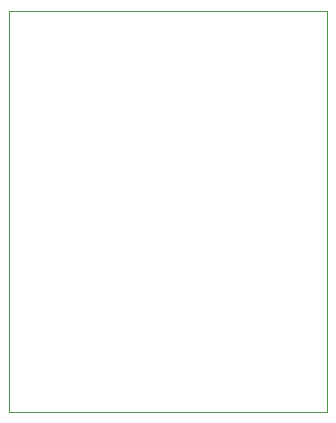
<source format=gm1>
%TF.GenerationSoftware,KiCad,Pcbnew,(5.1.6-0-10_14)*%
%TF.CreationDate,2021-10-07T10:19:15+09:00*%
%TF.ProjectId,peltier,70656c74-6965-4722-9e6b-696361645f70,rev?*%
%TF.SameCoordinates,Original*%
%TF.FileFunction,Profile,NP*%
%FSLAX46Y46*%
G04 Gerber Fmt 4.6, Leading zero omitted, Abs format (unit mm)*
G04 Created by KiCad (PCBNEW (5.1.6-0-10_14)) date 2021-10-07 10:19:15*
%MOMM*%
%LPD*%
G01*
G04 APERTURE LIST*
%TA.AperFunction,Profile*%
%ADD10C,0.100000*%
%TD*%
G04 APERTURE END LIST*
D10*
X157000000Y-69000000D02*
X157000000Y-35000000D01*
X184000000Y-69000000D02*
X157000000Y-69000000D01*
X184000000Y-35000000D02*
X184000000Y-69000000D01*
X157000000Y-35000000D02*
X184000000Y-35000000D01*
M02*

</source>
